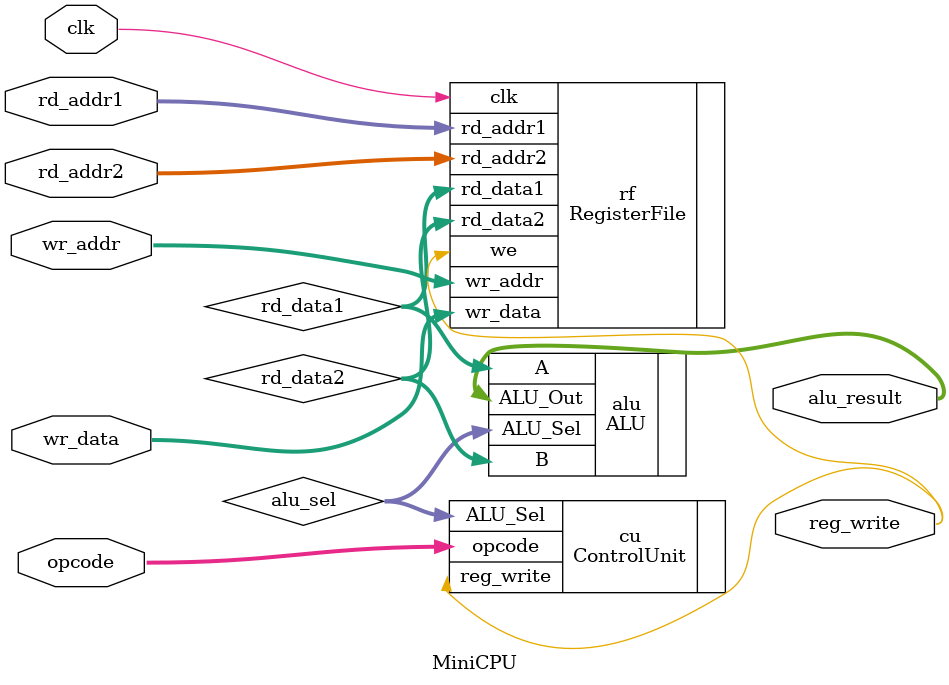
<source format=v>
module MiniCPU (
    input clk,
    input [2:0] opcode,
    input [1:0] wr_addr,
    input [1:0] rd_addr1,
    input [1:0] rd_addr2,
    input [3:0] wr_data,
    output [3:0] alu_result,
    output reg_write
);

wire [1:0] alu_sel;
wire [3:0] rd_data1, rd_data2;

// Instantiate Control Unit
ControlUnit cu (
    .opcode(opcode),
    .ALU_Sel(alu_sel),
    .reg_write(reg_write)
);

// Instantiate Register File
RegisterFile rf (
    .clk(clk),
    .we(reg_write),           // write enable controlled by CU
    .wr_addr(wr_addr),
    .wr_data(wr_data),
    .rd_addr1(rd_addr1),
    .rd_addr2(rd_addr2),
    .rd_data1(rd_data1),
    .rd_data2(rd_data2)
);

// Instantiate ALU
ALU alu (
    .A(rd_data1),
    .B(rd_data2),
    .ALU_Sel(alu_sel),  // Use 2 bits for ALU_Sel from opcode or control unit
    .ALU_Out(alu_result)
);

endmodule

</source>
